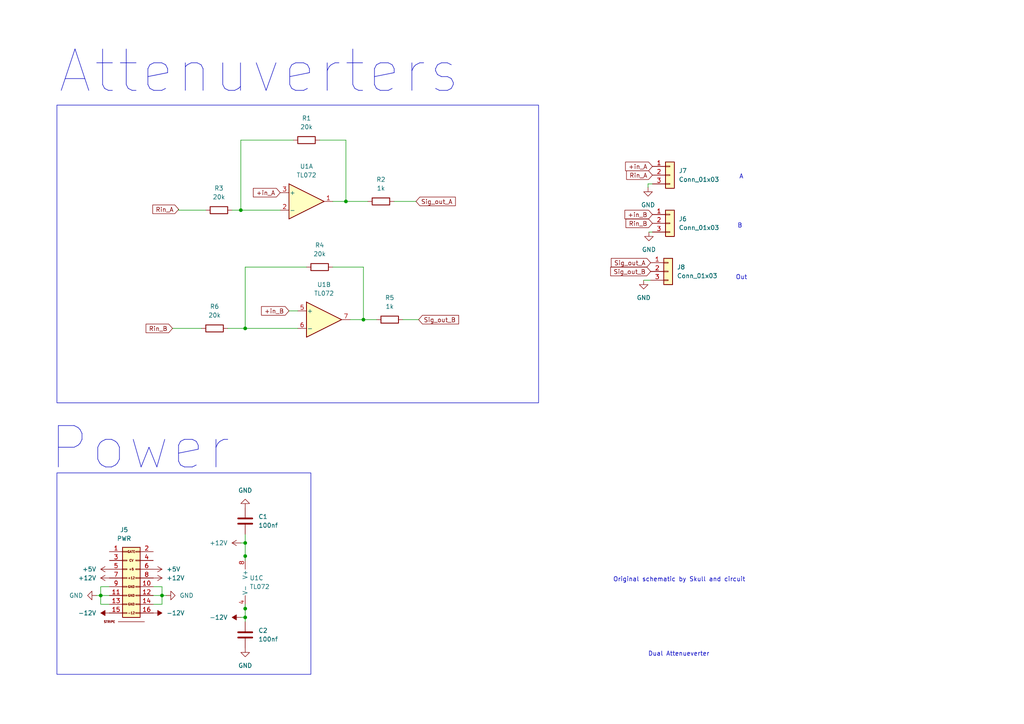
<source format=kicad_sch>
(kicad_sch (version 20230121) (generator eeschema)
  (paper "A4")
  (lib_symbols
    (symbol "Amplifier_Operational:TL072" (pin_names (offset 0.127))
      (property "Reference" "U" (at 0 5.08 0))
      (property "Value" "TL072" (at 0 -5.08 0))
      (symbol "TL072_1_1"
        (polyline (pts (xy -5.08 5.08) (xy 5.08 0) (xy -5.08 -5.08) (xy -5.08 5.08)) (stroke (width 0.254)) (fill (type background)))
        (pin output line (at 7.62 0 180) (length 2.54) (name "~") (number "1"))
        (pin input line (at -7.62 -2.54 0) (length 2.54) (name "-") (number "2"))
        (pin input line (at -7.62 2.54 0) (length 2.54) (name "+") (number "3"))
      )
      (symbol "TL072_2_1"
        (polyline (pts (xy -5.08 5.08) (xy 5.08 0) (xy -5.08 -5.08) (xy -5.08 5.08)) (stroke (width 0.254)) (fill (type background)))
        (pin input line (at -7.62 2.54 0) (length 2.54) (name "+") (number "5"))
        (pin input line (at -7.62 -2.54 0) (length 2.54) (name "-") (number "6"))
        (pin output line (at 7.62 0 180) (length 2.54) (name "~") (number "7"))
      )
      (symbol "TL072_3_1"
        (pin power_in line (at -2.54 -7.62 90) (length 3.81) (name "V-") (number "4"))
        (pin power_in line (at -2.54 7.62 270) (length 3.81) (name "V+") (number "8"))
      )
    )
    (symbol "Device:C" (pin_numbers hide) (pin_names (offset 0.254))
      (property "Reference" "C" (at 0.635 2.54 0))
      (property "Value" "C" (at 0.635 -2.54 0))
      (symbol "C_0_1"
        (polyline (pts (xy -2.032 -0.762) (xy 2.032 -0.762)) (stroke (width 0.508)))
        (polyline (pts (xy -2.032 0.762) (xy 2.032 0.762)) (stroke (width 0.508)))
      )
      (symbol "C_1_1"
        (pin passive line (at 0 3.81 270) (length 2.794) (name "~") (number "1"))
        (pin passive line (at 0 -3.81 90) (length 2.794) (name "~") (number "2"))
      )
    )
    (symbol "Device:R" (pin_numbers hide) (pin_names (offset 0))
      (property "Reference" "R" (at 2.032 0 90))
      (property "Value" "R" (at 0 0 90))
      (symbol "R_0_1"
        (rectangle (start -1.016 -2.54) (end 1.016 2.54) (stroke (width 0.254)))
      )
      (symbol "R_1_1"
        (pin passive line (at 0 3.81 270) (length 1.27) (name "~") (number "1"))
        (pin passive line (at 0 -3.81 90) (length 1.27) (name "~") (number "2"))
      )
    )
    (symbol "PCM_4ms_Connector:Conn_01x03" (pin_names (offset 1.016) hide)
      (property "Reference" "J" (at 0 5.08 0))
      (property "Value" "Conn_01x03" (at 0 -5.08 0))
      (symbol "Conn_01x03_1_1"
        (rectangle (start -1.27 -2.413) (end 0 -2.667) (stroke (width 0.1524)))
        (rectangle (start -1.27 0.127) (end 0 -0.127) (stroke (width 0.1524)))
        (rectangle (start -1.27 2.667) (end 0 2.413) (stroke (width 0.1524)))
        (rectangle (start -1.27 3.81) (end 1.27 -3.81) (stroke (width 0.254)) (fill (type background)))
        (pin passive line (at -5.08 2.54 0) (length 3.81) (name "Pin_1") (number "1"))
        (pin passive line (at -5.08 0 0) (length 3.81) (name "Pin_2") (number "2"))
        (pin passive line (at -5.08 -2.54 0) (length 3.81) (name "Pin_3") (number "3"))
      )
    )
    (symbol "PCM_4ms_Connector:Eurorack_Power_16pin_Shrouded" (pin_names (offset 0.0254) hide)
      (property "Reference" "J" (at 0 11.43 0))
      (property "Value" "Eurorack_Power_16pin_Shrouded" (at 0 13.97 0))
      (symbol "Eurorack_Power_16pin_Shrouded_0_0"
        (text "+12" (at 0 1.27 0) (effects (font (size 0.635 0.635))))
        (text "+5" (at 0 3.81 0) (effects (font (size 0.635 0.635))))
        (text "-12" (at 0 -8.89 0) (effects (font (size 0.635 0.635))))
        (text "CV" (at 0 6.35 0) (effects (font (size 0.635 0.635))))
        (text "GATE" (at 0 8.89 0) (effects (font (size 0.635 0.635))))
        (text "GND" (at 0 -6.35 0) (effects (font (size 0.635 0.635))))
        (text "GND" (at 0 -3.81 0) (effects (font (size 0.635 0.635))))
        (text "GND" (at 0 -1.27 0) (effects (font (size 0.635 0.635))))
        (text "STRIPE" (at -6.35 -11.43 0) (effects (font (size 0.635 0.635))))
      )
      (symbol "Eurorack_Power_16pin_Shrouded_0_1"
        (rectangle (start -2.54 -8.763) (end -1.27 -9.017))
        (rectangle (start -2.54 -6.223) (end -1.27 -6.477))
        (rectangle (start -2.54 -3.683) (end -1.27 -3.937))
        (rectangle (start -2.54 -1.143) (end -1.27 -1.397))
        (rectangle (start -2.54 1.397) (end -1.27 1.143))
        (rectangle (start -2.54 3.937) (end -1.27 3.683))
        (rectangle (start -2.54 6.477) (end -1.27 6.223))
        (rectangle (start -2.54 9.017) (end -1.27 8.763))
        (rectangle (start -2.54 10.16) (end 2.54 -10.16) (stroke (width 0.254)) (fill (type background)))
        (polyline (pts (xy -3.81 -11.43) (xy 3.81 -11.43) (xy 1.27 -11.43)))
        (rectangle (start 1.27 -8.763) (end 2.54 -9.017))
        (rectangle (start 1.27 -6.223) (end 2.54 -6.477))
        (rectangle (start 1.27 -3.683) (end 2.54 -3.937))
        (rectangle (start 1.27 -1.143) (end 2.54 -1.397))
        (rectangle (start 1.27 1.397) (end 2.54 1.143))
        (rectangle (start 1.27 3.937) (end 2.54 3.683))
        (rectangle (start 1.27 6.477) (end 2.54 6.223))
        (rectangle (start 1.27 9.017) (end 2.54 8.763))
      )
      (symbol "Eurorack_Power_16pin_Shrouded_1_1"
        (pin passive line (at -6.35 8.89 0) (length 3.81) (name "P1") (number "1"))
        (pin passive line (at 6.35 -1.27 180) (length 3.81) (name "GND") (number "10"))
        (pin passive line (at -6.35 -3.81 0) (length 3.81) (name "GND") (number "11"))
        (pin passive line (at 6.35 -3.81 180) (length 3.81) (name "GND") (number "12"))
        (pin passive line (at -6.35 -6.35 0) (length 3.81) (name "-12") (number "13"))
        (pin passive line (at 6.35 -6.35 180) (length 3.81) (name "-12V") (number "14"))
        (pin passive line (at -6.35 -8.89 0) (length 3.81) (name "-12V") (number "15"))
        (pin passive line (at 6.35 -8.89 180) (length 3.81) (name "P16") (number "16"))
        (pin passive line (at 6.35 8.89 180) (length 3.81) (name "P2") (number "2"))
        (pin passive line (at -6.35 6.35 0) (length 3.81) (name "P3") (number "3"))
        (pin passive line (at 6.35 6.35 180) (length 3.81) (name "P4") (number "4"))
        (pin passive line (at -6.35 3.81 0) (length 3.81) (name "+12V") (number "5"))
        (pin passive line (at 6.35 3.81 180) (length 3.81) (name "P6") (number "6"))
        (pin passive line (at -6.35 1.27 0) (length 3.81) (name "12V") (number "7"))
        (pin passive line (at 6.35 1.27 180) (length 3.81) (name "+12V") (number "8"))
        (pin passive line (at -6.35 -1.27 0) (length 3.81) (name "GND") (number "9"))
      )
    )
    (symbol "PCM_4ms_Power-symbol:+12V" (power) (pin_names (offset 0))
      (property "Value" "+12V" (at 0 3.556 0))
      (symbol "+12V_0_1"
        (polyline (pts (xy -0.762 1.27) (xy 0 2.54)))
        (polyline (pts (xy 0 0) (xy 0 2.54)))
        (polyline (pts (xy 0 2.54) (xy 0.762 1.27)))
      )
      (symbol "+12V_1_1"
        (pin power_in line (at 0 0 90) (length 0) hide (name "+12V") (number "1"))
      )
    )
    (symbol "PCM_4ms_Power-symbol:+5V" (power) (pin_names (offset 0))
      (property "Value" "+5V" (at 0 3.556 0))
      (symbol "+5V_0_1"
        (polyline (pts (xy -0.762 1.27) (xy 0 2.54)))
        (polyline (pts (xy 0 0) (xy 0 2.54)))
        (polyline (pts (xy 0 2.54) (xy 0.762 1.27)))
      )
      (symbol "+5V_1_1"
        (pin power_in line (at 0 0 90) (length 0) hide (name "+5V") (number "1"))
      )
    )
    (symbol "PCM_4ms_Power-symbol:GND" (power) (pin_names (offset 0))
      (property "Value" "GND" (at 0 -3.81 0))
      (symbol "GND_0_1"
        (polyline (pts (xy 0 0) (xy 0 -1.27) (xy 1.27 -1.27) (xy 0 -2.54) (xy -1.27 -1.27) (xy 0 -1.27)))
      )
      (symbol "GND_1_1"
        (pin power_in line (at 0 0 270) (length 0) hide (name "GND") (number "1"))
      )
    )
    (symbol "power:-12V" (power) (pin_names (offset 0))
      (property "Value" "-12V" (at 0 3.81 0))
      (symbol "-12V_0_0"
        (pin power_in line (at 0 0 90) (length 0) hide (name "-12V") (number "1"))
      )
      (symbol "-12V_0_1"
        (polyline (pts (xy 0 0) (xy 0 1.27) (xy 0.762 1.27) (xy 0 2.54) (xy -0.762 1.27) (xy 0 1.27)) (fill (type outline)))
      )
    )
  )
  (junction (at 46.99 172.72))
  (junction (at 71.12 157.48))
  (junction (at 71.12 179.07))
  (junction (at 71.12 95.25))
  (junction (at 105.41 92.71))
  (junction (at 69.85 60.96))
  (junction (at 71.12 161.29))
  (junction (at 100.33 58.42))
  (junction (at 29.21 172.72))
  (junction (at 71.12 176.53))
  (wire (pts (xy 71.12 162.56) (xy 71.12 161.29)))
  (wire (pts (xy 100.33 58.42) (xy 106.68 58.42)))
  (wire (pts (xy 69.85 60.96) (xy 69.85 40.64)))
  (wire (pts (xy 51.816 60.706) (xy 51.816 60.96)))
  (wire (pts (xy 31.75 170.18) (xy 29.21 170.18)))
  (wire (pts (xy 109.22 92.71) (xy 105.41 92.71)))
  (wire (pts (xy 96.52 58.42) (xy 100.33 58.42)))
  (wire (pts (xy 86.36 90.17) (xy 83.82 90.17)))
  (wire (pts (xy 96.52 77.47) (xy 105.41 77.47)))
  (wire (pts (xy 92.71 40.64) (xy 100.33 40.64)))
  (wire (pts (xy 189.23 67.31) (xy 188.214 67.31)))
  (wire (pts (xy 71.12 175.26) (xy 71.12 176.53)))
  (wire (pts (xy 105.41 92.71) (xy 101.6 92.71)))
  (wire (pts (xy 67.31 60.96) (xy 69.85 60.96)))
  (wire (pts (xy 29.21 175.26) (xy 31.75 175.26)))
  (wire (pts (xy 114.3 58.42) (xy 120.65 58.42)))
  (wire (pts (xy 69.85 60.96) (xy 81.28 60.96)))
  (wire (pts (xy 44.45 170.18) (xy 46.99 170.18)))
  (wire (pts (xy 71.12 176.53) (xy 71.12 179.07)))
  (wire (pts (xy 71.12 77.47) (xy 71.12 95.25)))
  (wire (pts (xy 66.04 95.25) (xy 71.12 95.25)))
  (wire (pts (xy 100.33 40.64) (xy 100.33 58.42)))
  (wire (pts (xy 27.94 172.72) (xy 29.21 172.72)))
  (wire (pts (xy 187.96 53.34) (xy 189.23 53.34)))
  (wire (pts (xy 46.99 172.72) (xy 46.99 175.26)))
  (wire (pts (xy 29.21 172.72) (xy 29.21 175.26)))
  (wire (pts (xy 50.038 95.25) (xy 58.42 95.25)))
  (wire (pts (xy 187.96 53.34) (xy 187.96 54.356)))
  (wire (pts (xy 29.21 170.18) (xy 29.21 172.72)))
  (wire (pts (xy 44.45 175.26) (xy 46.99 175.26)))
  (wire (pts (xy 46.99 170.18) (xy 46.99 172.72)))
  (wire (pts (xy 51.816 60.96) (xy 59.69 60.96)))
  (wire (pts (xy 69.85 179.07) (xy 71.12 179.07)))
  (wire (pts (xy 71.12 154.94) (xy 71.12 157.48)))
  (wire (pts (xy 44.45 172.72) (xy 46.99 172.72)))
  (wire (pts (xy 188.722 81.28) (xy 186.69 81.28)))
  (wire (pts (xy 71.12 157.48) (xy 71.12 161.29)))
  (wire (pts (xy 88.9 77.47) (xy 71.12 77.47)))
  (wire (pts (xy 71.12 179.07) (xy 71.12 180.34)))
  (wire (pts (xy 48.26 172.72) (xy 46.99 172.72)))
  (wire (pts (xy 116.84 92.71) (xy 121.412 92.71)))
  (wire (pts (xy 105.41 77.47) (xy 105.41 92.71)))
  (wire (pts (xy 71.12 95.25) (xy 86.36 95.25)))
  (wire (pts (xy 69.85 157.48) (xy 71.12 157.48)))
  (wire (pts (xy 29.21 172.72) (xy 31.75 172.72)))
  (wire (pts (xy 69.85 40.64) (xy 85.09 40.64)))
  (rectangle (start 16.51 30.48) (end 156.21 116.84))
  (rectangle (start 16.51 137.16) (end 90.17 195.58))
  (text "Original schematic by Skull and circuit" (at 177.8 168.91 0) (effects (font (size 1.27 1.27)) (justify left bottom)))
  (text "A" (at 214.376 52.07 0) (effects (font (size 1.27 1.27)) (justify left bottom)))
  (text "Attenuverters" (at 16.51 27.94 0) (effects (font (size 12 12)) (justify left bottom)))
  (text "Power\n" (at 13.97 137.16 0) (effects (font (size 12 12)) (justify left bottom)))
  (text "Out" (at 213.36 81.28 0) (effects (font (size 1.27 1.27)) (justify left bottom)))
  (text "B" (at 213.868 66.294 0) (effects (font (size 1.27 1.27)) (justify left bottom)))
  (text "Dual Attenueverter" (at 187.96 190.5 0) (effects (font (size 1.27 1.27)) (justify left bottom)))
  (global_label "+in_A" (shape input) (at 81.28 55.88 180) (property "Intersheetrefs" "${INTERSHEET_REFS}" (effects hide)))
  (global_label "+in_A" (shape input) (at 189.23 48.26 180) (property "Intersheetrefs" "${INTERSHEET_REFS}" (effects hide)))
  (global_label "+in_B" (shape input) (at 189.23 62.23 180) (property "Intersheetrefs" "${INTERSHEET_REFS}" (effects hide)))
  (global_label "Rin_A" (shape input) (at 189.23 50.8 180) (property "Intersheetrefs" "${INTERSHEET_REFS}" (effects hide)))
  (global_label "+in_B" (shape input) (at 83.82 90.17 180) (property "Intersheetrefs" "${INTERSHEET_REFS}" (effects hide)))
  (global_label "Rin_B" (shape input) (at 50.038 95.25 180) (property "Intersheetrefs" "${INTERSHEET_REFS}" (effects hide)))
  (global_label "Sig_out_A" (shape input) (at 188.722 76.2 180) (property "Intersheetrefs" "${INTERSHEET_REFS}" (effects hide)))
  (global_label "Sig_out_A" (shape input) (at 120.65 58.42 0) (property "Intersheetrefs" "${INTERSHEET_REFS}" (effects hide)))
  (global_label "Rin_B" (shape input) (at 189.23 64.77 180) (property "Intersheetrefs" "${INTERSHEET_REFS}" (effects hide)))
  (global_label "Rin_A" (shape input) (at 51.816 60.706 180) (property "Intersheetrefs" "${INTERSHEET_REFS}" (effects hide)))
  (global_label "Sig_out_B" (shape input) (at 188.722 78.74 180) (property "Intersheetrefs" "${INTERSHEET_REFS}" (effects hide)))
  (global_label "Sig_out_B" (shape input) (at 121.412 92.71 0) (property "Intersheetrefs" "${INTERSHEET_REFS}" (effects hide)))
  (symbol (lib_id "PCM_4ms_Power-symbol:GND") (at 186.69 81.28 0) (unit 1)
    (property "Reference" "#PWR021" (effects hide))
    (property "Value" "GND" (at 186.69 86.36 0))
  )
  (symbol (lib_id "Device:R") (at 63.5 60.96 90) (unit 1)
    (property "Reference" "R3" (at 63.5 54.61 90))
    (property "Value" "20k" (at 63.5 57.15 90))
    (property "Footprint" "PCM_4ms_Resistor:R_Axial_DIN0207_L6.3mm_D2.5mm_P7.62mm_Horizontal" (effects hide))
  )
  (symbol (lib_id "PCM_4ms_Power-symbol:+12V") (at 31.75 167.64 90) (unit 1)
    (property "Reference" "#PWR011" (effects hide))
    (property "Value" "+12V" (at 27.94 167.64 90) (effects (justify left)))
  )
  (symbol (lib_id "Device:R") (at 88.9 40.64 90) (unit 1)
    (property "Reference" "R1" (at 88.9 34.29 90))
    (property "Value" "20k" (at 88.9 36.83 90))
    (property "Footprint" "PCM_4ms_Resistor:R_Axial_DIN0207_L6.3mm_D2.5mm_P7.62mm_Horizontal" (effects hide))
  )
  (symbol (lib_id "PCM_4ms_Power-symbol:+5V") (at 44.45 165.1 270) (unit 1)
    (property "Reference" "#PWR010" (effects hide))
    (property "Value" "+5V" (at 48.26 165.1 90) (effects (justify left)))
  )
  (symbol (lib_id "PCM_4ms_Power-symbol:GND") (at 188.214 67.31 0) (unit 1)
    (property "Reference" "#PWR019" (effects hide))
    (property "Value" "GND" (at 188.214 72.39 0))
  )
  (symbol (lib_id "Device:R") (at 62.23 95.25 90) (unit 1)
    (property "Reference" "R6" (at 62.23 88.9 90))
    (property "Value" "20k" (at 62.23 91.44 90))
    (property "Footprint" "PCM_4ms_Resistor:R_Axial_DIN0207_L6.3mm_D2.5mm_P7.62mm_Horizontal" (effects hide))
  )
  (symbol (lib_id "PCM_4ms_Connector:Eurorack_Power_16pin_Shrouded") (at 38.1 168.91 0) (unit 1)
    (property "Reference" "J5" (at 35.9933 153.67 0))
    (property "Value" "PWR" (at 35.9933 156.21 0))
    (property "Footprint" "PCM_4ms_Connector:Pins_2x08_2.54mm_TH_EuroPower_Shrouded" (effects hide))
    (property "Specifications" "Header, Male Pins, 2*8, spacing 2.54mm, straight pin, shrouded and keyed" (effects hide))
    (property "Manufacturer" "Cixi LanLing" (effects hide))
    (property "Part Number" "LL1007-1 (2*8 HITEMP)" (effects hide))
  )
  (symbol (lib_id "PCM_4ms_Power-symbol:GND") (at 27.94 172.72 270) (unit 1)
    (property "Reference" "#PWR013" (effects hide))
    (property "Value" "GND" (at 24.13 172.72 90) (effects (justify right)))
  )
  (symbol (lib_id "Device:C") (at 71.12 184.15 0) (unit 1)
    (property "Reference" "C2" (at 74.93 182.88 0) (effects (justify left)))
    (property "Value" "100nf" (at 74.93 185.42 0) (effects (justify left)))
    (property "Footprint" "Capacitor_SMD:C_0402_1005Metric_Pad0.74x0.62mm_HandSolder" (effects hide))
  )
  (symbol (lib_id "PCM_4ms_Connector:Conn_01x03") (at 193.802 78.74 0) (unit 1)
    (property "Reference" "J8" (at 196.342 77.47 0) (effects (justify left)))
    (property "Value" "Conn_01x03" (at 196.342 80.01 0) (effects (justify left)))
    (property "Footprint" "Connector_PinSocket_2.54mm:PinSocket_1x03_P2.54mm_Vertical" (effects hide))
    (property "Specifications" "HEADER 1x3 MALE PINS 0.100” 180deg" (effects hide))
    (property "Manufacturer" "TAD" (effects hide))
    (property "Part Number" "1-0301FBV0T" (effects hide))
  )
  (symbol (lib_id "PCM_4ms_Power-symbol:+12V") (at 69.85 157.48 90) (unit 1)
    (property "Reference" "#PWR08" (effects hide))
    (property "Value" "+12V" (at 66.04 157.48 90) (effects (justify left)))
  )
  (symbol (lib_id "PCM_4ms_Power-symbol:GND") (at 187.96 54.356 0) (unit 1)
    (property "Reference" "#PWR020" (effects hide))
    (property "Value" "GND" (at 187.96 59.436 0))
  )
  (symbol (lib_id "Device:R") (at 92.71 77.47 90) (unit 1)
    (property "Reference" "R4" (at 92.71 71.12 90))
    (property "Value" "20k" (at 92.71 73.66 90))
    (property "Footprint" "PCM_4ms_Resistor:R_Axial_DIN0207_L6.3mm_D2.5mm_P7.62mm_Horizontal" (effects hide))
  )
  (symbol (lib_id "PCM_4ms_Connector:Conn_01x03") (at 194.31 64.77 0) (unit 1)
    (property "Reference" "J6" (at 196.85 63.5 0) (effects (justify left)))
    (property "Value" "Conn_01x03" (at 196.85 66.04 0) (effects (justify left)))
    (property "Footprint" "Connector_PinSocket_2.54mm:PinSocket_1x03_P2.54mm_Vertical" (effects hide))
    (property "Specifications" "HEADER 1x3 MALE PINS 0.100” 180deg" (effects hide))
    (property "Manufacturer" "TAD" (effects hide))
    (property "Part Number" "1-0301FBV0T" (effects hide))
  )
  (symbol (lib_id "PCM_4ms_Power-symbol:GND") (at 48.26 172.72 90) (unit 1)
    (property "Reference" "#PWR014" (effects hide))
    (property "Value" "GND" (at 52.07 172.72 90) (effects (justify right)))
  )
  (symbol (lib_id "PCM_4ms_Power-symbol:GND") (at 71.12 147.32 180) (unit 1)
    (property "Reference" "#PWR07" (effects hide))
    (property "Value" "GND" (at 71.12 142.24 0))
  )
  (symbol (lib_id "Amplifier_Operational:TL072") (at 73.66 168.91 0) (unit 3)
    (property "Reference" "U1" (at 72.39 167.64 0) (effects (justify left)))
    (property "Value" "TL072" (at 72.39 170.18 0) (effects (justify left)))
    (property "Footprint" "PCM_4ms_Package_SOIC:SOIC-8_3.9x4.9mm_Pitch1.27mm" (effects hide))
    (property "Datasheet" "http://www.ti.com/lit/ds/symlink/tl071.pdf" (effects hide))
  )
  (symbol (lib_id "PCM_4ms_Connector:Conn_01x03") (at 194.31 50.8 0) (unit 1)
    (property "Reference" "J7" (at 196.85 49.53 0) (effects (justify left)))
    (property "Value" "Conn_01x03" (at 196.85 52.07 0) (effects (justify left)))
    (property "Footprint" "Connector_PinSocket_2.54mm:PinSocket_1x03_P2.54mm_Vertical" (effects hide))
    (property "Specifications" "HEADER 1x3 MALE PINS 0.100” 180deg" (effects hide))
    (property "Manufacturer" "TAD" (effects hide))
    (property "Part Number" "1-0301FBV0T" (effects hide))
  )
  (symbol (lib_id "Device:R") (at 113.03 92.71 90) (unit 1)
    (property "Reference" "R5" (at 113.03 86.36 90))
    (property "Value" "1k" (at 113.03 88.9 90))
    (property "Footprint" "PCM_4ms_Resistor:R_Axial_DIN0207_L6.3mm_D2.5mm_P7.62mm_Horizontal" (effects hide))
  )
  (symbol (lib_id "power:-12V") (at 31.75 177.8 90) (unit 1)
    (property "Reference" "#PWR015" (effects hide))
    (property "Value" "-12V" (at 27.94 177.8 90) (effects (justify left)))
  )
  (symbol (lib_id "Amplifier_Operational:TL072") (at 93.98 92.71 0) (unit 2)
    (property "Reference" "U1" (at 93.98 82.55 0))
    (property "Value" "TL072" (at 93.98 85.09 0))
    (property "Footprint" "PCM_4ms_Package_SOIC:SOIC-8_3.9x4.9mm_Pitch1.27mm" (effects hide))
    (property "Datasheet" "http://www.ti.com/lit/ds/symlink/tl071.pdf" (effects hide))
  )
  (symbol (lib_id "Device:C") (at 71.12 151.13 0) (unit 1)
    (property "Reference" "C1" (at 74.93 149.86 0) (effects (justify left)))
    (property "Value" "100nf" (at 74.93 152.4 0) (effects (justify left)))
    (property "Footprint" "Capacitor_SMD:C_0402_1005Metric_Pad0.74x0.62mm_HandSolder" (effects hide))
  )
  (symbol (lib_id "Device:R") (at 110.49 58.42 90) (unit 1)
    (property "Reference" "R2" (at 110.49 52.07 90))
    (property "Value" "1k" (at 110.49 54.61 90))
    (property "Footprint" "PCM_4ms_Resistor:R_Axial_DIN0207_L6.3mm_D2.5mm_P7.62mm_Horizontal" (effects hide))
  )
  (symbol (lib_id "Amplifier_Operational:TL072") (at 88.9 58.42 0) (unit 1)
    (property "Reference" "U1" (at 88.9 48.26 0))
    (property "Value" "TL072" (at 88.9 50.8 0))
    (property "Footprint" "PCM_4ms_Package_SOIC:SOIC-8_3.9x4.9mm_Pitch1.27mm" (effects hide))
    (property "Datasheet" "http://www.ti.com/lit/ds/symlink/tl071.pdf" (effects hide))
  )
  (symbol (lib_id "PCM_4ms_Power-symbol:+12V") (at 44.45 167.64 270) (unit 1)
    (property "Reference" "#PWR012" (effects hide))
    (property "Value" "+12V" (at 48.26 167.64 90) (effects (justify left)))
  )
  (symbol (lib_id "power:-12V") (at 44.45 177.8 270) (unit 1)
    (property "Reference" "#PWR016" (effects hide))
    (property "Value" "-12V" (at 48.26 177.8 90) (effects (justify left)))
  )
  (symbol (lib_id "PCM_4ms_Power-symbol:+5V") (at 31.75 165.1 90) (unit 1)
    (property "Reference" "#PWR09" (effects hide))
    (property "Value" "+5V" (at 27.94 165.1 90) (effects (justify left)))
  )
  (symbol (lib_id "power:-12V") (at 69.85 179.07 90) (unit 1)
    (property "Reference" "#PWR017" (effects hide))
    (property "Value" "-12V" (at 66.04 179.07 90) (effects (justify left)))
  )
  (symbol (lib_id "PCM_4ms_Power-symbol:GND") (at 71.12 187.96 0) (unit 1)
    (property "Reference" "#PWR018" (effects hide))
    (property "Value" "GND" (at 71.12 193.04 0))
  )
)
</source>
